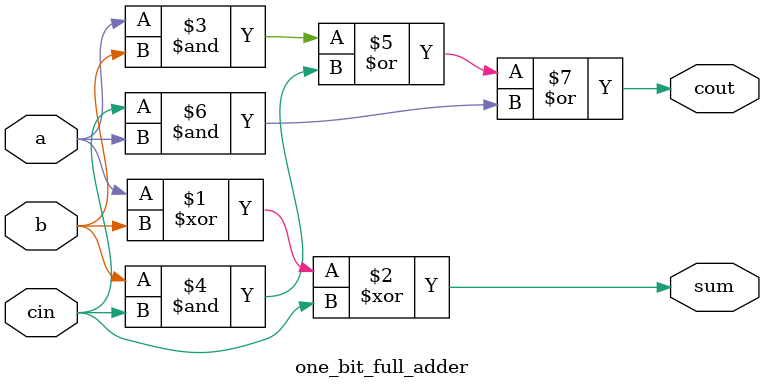
<source format=v>
module one_bit_full_adder (a, b, cin, sum, cout);

   input a;
   input b;
   input cin;

   output sum;
   wire sum;
   output cout;
   wire cout;

   assign sum = a ^ b ^ cin;
   assign cout = ((a & b) | (b & cin) | (cin & a));

endmodule

</source>
